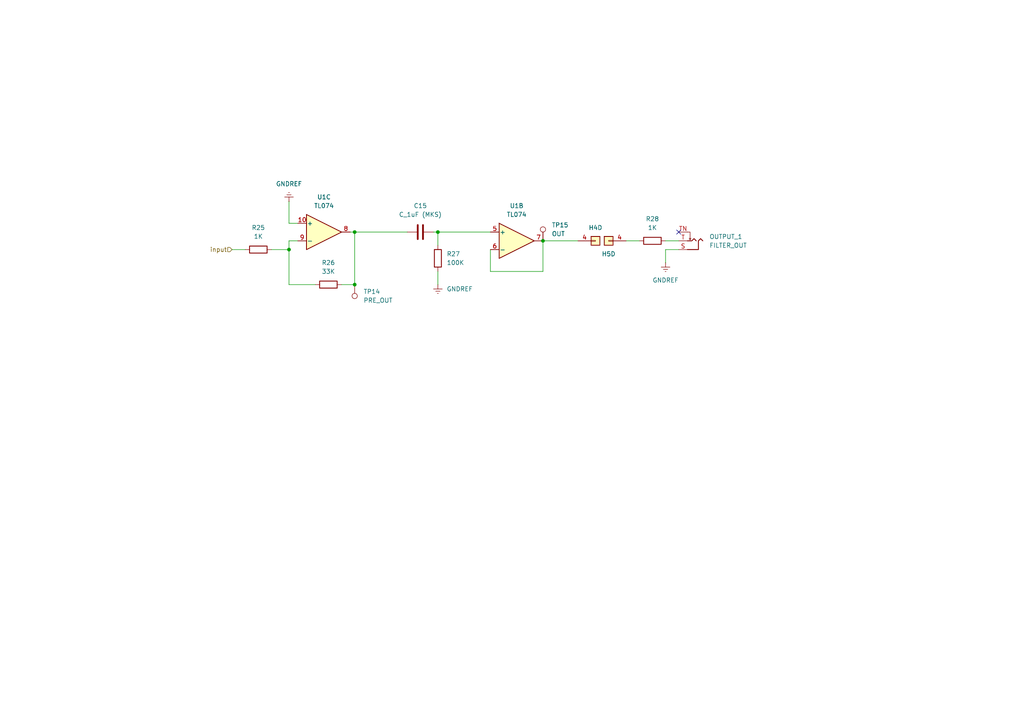
<source format=kicad_sch>
(kicad_sch (version 20231120) (generator "eeschema") (generator_version "8.0")
  (paper "A4")
  (lib_symbols
    (symbol "Amplifier_Operational:TL074" (pin_names (offset 0.127))
      (property "Reference" "U" (at 0 5.08 0))
      (property "Value" "TL074" (at 0 -5.08 0))
      (symbol "TL074_1_1"
        (polyline (pts (xy -5.08 5.08) (xy 5.08 0) (xy -5.08 -5.08) (xy -5.08 5.08)) (stroke (width 0.254)) (fill (type background)))
        (pin output line (at 7.62 0 180) (length 2.54) (name "~") (number "1"))
        (pin input line (at -7.62 -2.54 0) (length 2.54) (name "-") (number "2"))
        (pin input line (at -7.62 2.54 0) (length 2.54) (name "+") (number "3"))
      )
      (symbol "TL074_2_1"
        (polyline (pts (xy -5.08 5.08) (xy 5.08 0) (xy -5.08 -5.08) (xy -5.08 5.08)) (stroke (width 0.254)) (fill (type background)))
        (pin input line (at -7.62 2.54 0) (length 2.54) (name "+") (number "5"))
        (pin input line (at -7.62 -2.54 0) (length 2.54) (name "-") (number "6"))
        (pin output line (at 7.62 0 180) (length 2.54) (name "~") (number "7"))
      )
      (symbol "TL074_3_1"
        (polyline (pts (xy -5.08 5.08) (xy 5.08 0) (xy -5.08 -5.08) (xy -5.08 5.08)) (stroke (width 0.254)) (fill (type background)))
        (pin input line (at -7.62 2.54 0) (length 2.54) (name "+") (number "10"))
        (pin output line (at 7.62 0 180) (length 2.54) (name "~") (number "8"))
        (pin input line (at -7.62 -2.54 0) (length 2.54) (name "-") (number "9"))
      )
      (symbol "TL074_4_1"
        (polyline (pts (xy -5.08 5.08) (xy 5.08 0) (xy -5.08 -5.08) (xy -5.08 5.08)) (stroke (width 0.254)) (fill (type background)))
        (pin input line (at -7.62 2.54 0) (length 2.54) (name "+") (number "12"))
        (pin input line (at -7.62 -2.54 0) (length 2.54) (name "-") (number "13"))
        (pin output line (at 7.62 0 180) (length 2.54) (name "~") (number "14"))
      )
      (symbol "TL074_5_1"
        (pin power_in line (at -2.54 -7.62 90) (length 3.81) (name "V-") (number "11"))
        (pin power_in line (at -2.54 7.62 270) (length 3.81) (name "V+") (number "4"))
      )
    )
    (symbol "Connector:TestPoint" (pin_numbers hide) (pin_names (offset 0.762) hide)
      (property "Reference" "TP" (at 0 6.858 0))
      (property "Value" "TestPoint" (at 0 5.08 0))
      (symbol "TestPoint_0_1"
        (circle (center 0 3.302) (radius 0.762))
      )
      (symbol "TestPoint_1_1"
        (pin passive line (at 0 0 90) (length 2.54) (name "1") (number "1"))
      )
    )
    (symbol "power:GNDREF" (power) (pin_numbers hide) (pin_names (offset 0) hide)
      (property "Value" "GNDREF" (at 0 -3.81 0))
      (symbol "GNDREF_0_1"
        (polyline (pts (xy -0.635 -1.905) (xy 0.635 -1.905)))
        (polyline (pts (xy -0.127 -2.54) (xy 0.127 -2.54)))
        (polyline (pts (xy 0 -1.27) (xy 0 0)))
        (polyline (pts (xy 1.27 -1.27) (xy -1.27 -1.27)))
      )
      (symbol "GNDREF_1_1"
        (pin power_in line (at 0 0 270) (length 0) (name "~") (number "1"))
      )
    )
    (symbol "synth:AudioJack_Mono_3.5mm"
      (property "Reference" "J" (at 0 8.89 0))
      (property "Value" "AudioJack_Mono_3.5mm" (at 0 6.35 0))
      (symbol "AudioJack_Mono_3.5mm_0_1"
        (polyline (pts (xy 1.778 -0.254) (xy 2.032 -0.762)))
        (polyline (pts (xy 0 0) (xy 0.635 -0.635) (xy 1.27 0) (xy 2.54 0)) (stroke (width 0.254)))
        (polyline (pts (xy 2.54 -2.54) (xy 1.778 -2.54) (xy 1.778 -0.254) (xy 1.524 -0.762)))
        (polyline (pts (xy 2.54 2.54) (xy -0.635 2.54) (xy -0.635 0) (xy -1.27 -0.635) (xy -1.905 0)) (stroke (width 0.254)))
      )
      (symbol "AudioJack_Mono_3.5mm_1_1"
        (pin passive line (at 5.08 2.54 180) (length 2.54) (name "~") (number "S"))
        (pin passive line (at 5.08 0 180) (length 2.54) (name "~") (number "T"))
        (pin passive line (at 5.08 -2.54 180) (length 2.54) (name "~") (number "TN"))
      )
    )
    (symbol "synth:C_1uF (MKS)" (pin_numbers hide) (pin_names (offset 0.254))
      (property "Reference" "C" (at 3.048 1.016 0))
      (property "Value" "C_1uF (MKS)" (at 3.048 -1.016 0))
      (symbol "C_1uF (MKS)_0_1"
        (polyline (pts (xy -2.032 -0.762) (xy 2.032 -0.762)) (stroke (width 0.508)))
        (polyline (pts (xy -2.032 0.762) (xy 2.032 0.762)) (stroke (width 0.508)))
      )
      (symbol "C_1uF (MKS)_1_1"
        (pin passive line (at 0 3.81 270) (length 2.794) (name "~") (number "1"))
        (pin passive line (at 0 -3.81 90) (length 2.794) (name "~") (number "2"))
      )
    )
    (symbol "synth:PinHeader_01x04" (pin_names (offset 1.016) hide)
      (property "Reference" "H" (at 0 2.54 0))
      (property "Value" "PinHeader_01x04" (at 0 -2.54 0))
      (symbol "PinHeader_01x04_1_1"
        (rectangle (start -1.27 0.127) (end 0 -0.127) (stroke (width 0.1524)))
        (rectangle (start -1.27 1.27) (end 1.27 -1.27) (stroke (width 0.254)) (fill (type background)))
        (pin passive line (at -5.08 0 0) (length 3.81) (name "Pin_1") (number "1"))
      )
      (symbol "PinHeader_01x04_2_1"
        (rectangle (start -1.27 0.127) (end 0 -0.127) (stroke (width 0.1524)))
        (rectangle (start -1.27 1.27) (end 1.27 -1.27) (stroke (width 0.254)) (fill (type background)))
        (pin passive line (at -5.08 0 0) (length 3.81) (name "Pin_2") (number "2"))
      )
      (symbol "PinHeader_01x04_3_1"
        (rectangle (start -1.27 0.127) (end 0 -0.127) (stroke (width 0.1524)))
        (rectangle (start -1.27 1.27) (end 1.27 -1.27) (stroke (width 0.254)) (fill (type background)))
        (pin passive line (at -5.08 0 0) (length 3.81) (name "Pin_3") (number "3"))
      )
      (symbol "PinHeader_01x04_4_1"
        (rectangle (start -1.27 0.127) (end 0 -0.127) (stroke (width 0.1524)))
        (rectangle (start -1.27 1.27) (end 1.27 -1.27) (stroke (width 0.254)) (fill (type background)))
        (pin passive line (at -5.08 0 0) (length 3.81) (name "Pin_4") (number "4"))
      )
    )
    (symbol "synth:PinSocket_01x04" (pin_names (offset 1.016) hide)
      (property "Reference" "H" (at 0 2.54 0))
      (property "Value" "PinSocket_01x04" (at 0 -2.54 0))
      (symbol "PinSocket_01x04_1_1"
        (rectangle (start -1.27 0.127) (end 0 -0.127) (stroke (width 0.1524)))
        (rectangle (start -1.27 1.27) (end 1.27 -1.27) (stroke (width 0.254)) (fill (type background)))
        (pin passive line (at -5.08 0 0) (length 3.81) (name "Pin_1") (number "1"))
      )
      (symbol "PinSocket_01x04_2_1"
        (rectangle (start -1.27 0.127) (end 0 -0.127) (stroke (width 0.1524)))
        (rectangle (start -1.27 1.27) (end 1.27 -1.27) (stroke (width 0.254)) (fill (type background)))
        (pin passive line (at -5.08 0 0) (length 3.81) (name "Pin_2") (number "2"))
      )
      (symbol "PinSocket_01x04_3_1"
        (rectangle (start -1.27 0.127) (end 0 -0.127) (stroke (width 0.1524)))
        (rectangle (start -1.27 1.27) (end 1.27 -1.27) (stroke (width 0.254)) (fill (type background)))
        (pin passive line (at -5.08 0 0) (length 3.81) (name "Pin_3") (number "3"))
      )
      (symbol "PinSocket_01x04_4_1"
        (rectangle (start -1.27 0.127) (end 0 -0.127) (stroke (width 0.1524)))
        (rectangle (start -1.27 1.27) (end 1.27 -1.27) (stroke (width 0.254)) (fill (type background)))
        (pin passive line (at -5.08 0 0) (length 3.81) (name "Pin_4") (number "4"))
      )
    )
    (symbol "synth:R_Default" (pin_numbers hide) (pin_names (offset 0))
      (property "Reference" "R" (at -2.032 0 90))
      (property "Value" "R1" (at 2.032 0 90))
      (symbol "R_Default_0_1"
        (rectangle (start 1.016 -2.54) (end -1.016 2.54) (stroke (width 0.254)))
      )
      (symbol "R_Default_1_1"
        (pin passive line (at 0 -3.81 90) (length 1.27) (name "~") (number "1"))
        (pin passive line (at 0 3.81 270) (length 1.27) (name "~") (number "2"))
      )
    )
  )
  (junction (at 102.87 67.31))
  (junction (at 157.48 69.85))
  (junction (at 102.87 82.55))
  (junction (at 127 67.31))
  (junction (at 83.82 72.39))
  (no_connect (at 196.85 67.31))
  (wire (pts (xy 102.87 67.31) (xy 118.11 67.31)))
  (wire (pts (xy 83.82 69.85) (xy 86.36 69.85)))
  (wire (pts (xy 102.87 67.31) (xy 102.87 82.55)))
  (wire (pts (xy 125.73 67.31) (xy 127 67.31)))
  (wire (pts (xy 157.48 69.85) (xy 157.48 78.74)))
  (wire (pts (xy 91.44 82.55) (xy 83.82 82.55)))
  (wire (pts (xy 83.82 72.39) (xy 83.82 69.85)))
  (wire (pts (xy 193.04 72.39) (xy 193.04 76.2)))
  (wire (pts (xy 196.85 69.85) (xy 193.04 69.85)))
  (wire (pts (xy 67.31 72.39) (xy 71.12 72.39)))
  (wire (pts (xy 101.6 67.31) (xy 102.87 67.31)))
  (wire (pts (xy 185.42 69.85) (xy 181.61 69.85)))
  (wire (pts (xy 78.74 72.39) (xy 83.82 72.39)))
  (wire (pts (xy 86.36 64.77) (xy 83.82 64.77)))
  (wire (pts (xy 142.24 72.39) (xy 142.24 78.74)))
  (wire (pts (xy 127 82.55) (xy 127 78.74)))
  (wire (pts (xy 83.82 58.42) (xy 83.82 64.77)))
  (wire (pts (xy 167.64 69.85) (xy 157.48 69.85)))
  (wire (pts (xy 127 67.31) (xy 142.24 67.31)))
  (wire (pts (xy 196.85 72.39) (xy 193.04 72.39)))
  (wire (pts (xy 142.24 78.74) (xy 157.48 78.74)))
  (wire (pts (xy 127 67.31) (xy 127 71.12)))
  (wire (pts (xy 83.82 82.55) (xy 83.82 72.39)))
  (wire (pts (xy 102.87 82.55) (xy 99.06 82.55)))
  (hierarchical_label "input" (shape input) (at 67.31 72.39 180))
  (symbol (lib_id "synth:R_Default") (at 189.23 69.85 90) (unit 1)
    (property "Reference" "R28" (at 189.23 63.5 90))
    (property "Value" "1K" (at 189.23 66.04 90))
    (property "Footprint" "Synth:R_Default (DIN0207)" (effects (hide yes)))
    (property "Description" "Resistor" (effects (hide yes)))
  )
  (symbol (lib_id "power:GNDREF") (at 127 82.55 0) (unit 1)
    (property "Reference" "#PWR049" (effects (hide yes)))
    (property "Value" "GNDREF" (at 129.54 83.8199 0) (effects (justify left)))
    (property "Description" "Power symbol creates a global label with name \"GNDREF\" , reference supply ground" (effects (hide yes)))
  )
  (symbol (lib_id "Connector:TestPoint") (at 157.48 69.85 0) (unit 1)
    (property "Reference" "TP15" (at 160.02 65.2779 0) (effects (justify left)))
    (property "Value" "OUT" (at 160.02 67.8179 0) (effects (justify left)))
    (property "Footprint" "Connector_Pin:Pin_D1.0mm_L10.0mm" (effects (hide yes)))
    (property "Description" "test point" (effects (hide yes)))
  )
  (symbol (lib_id "power:GNDREF") (at 193.04 76.2 0) (unit 1)
    (property "Reference" "#PWR050" (effects (hide yes)))
    (property "Value" "GNDREF" (at 193.04 81.28 0))
    (property "Description" "Power symbol creates a global label with name \"GNDREF\" , reference supply ground" (effects (hide yes)))
  )
  (symbol (lib_id "synth:PinHeader_01x04") (at 176.53 69.85 180) (unit 4)
    (property "Reference" "H5" (at 176.53 73.66 0))
    (property "Value" "TOP_4_SGL" (effects (hide yes)))
    (property "Footprint" "Synth:PinHeader_1x04_P2.54mm_Vertical" (effects (hide yes)))
    (property "Description" "Generic connector, single row, 01x01, script generated (kicad-library-utils/schlib/autogen/connector/)" (effects (hide yes)))
  )
  (symbol (lib_id "synth:R_Default") (at 127 74.93 0) (unit 1)
    (property "Reference" "R27" (at 129.54 73.6599 0) (effects (justify left)))
    (property "Value" "100K" (at 129.54 76.1999 0) (effects (justify left)))
    (property "Footprint" "Synth:R_Default (DIN0207)" (effects (hide yes)))
    (property "Description" "Resistor" (effects (hide yes)))
  )
  (symbol (lib_id "synth:C_1uF (MKS)") (at 121.92 67.31 90) (unit 1)
    (property "Reference" "C15" (at 121.92 59.69 90))
    (property "Value" "C_1uF (MKS)" (at 121.92 62.23 90))
    (property "Footprint" "Synth:C_RECT_MKT_1uF" (effects (hide yes)))
    (property "Description" "Unpolarized capacitor" (effects (hide yes)))
  )
  (symbol (lib_id "power:GNDREF") (at 83.82 58.42 180) (unit 1)
    (property "Reference" "#PWR048" (effects (hide yes)))
    (property "Value" "GNDREF" (at 83.82 53.34 0))
    (property "Description" "Power symbol creates a global label with name \"GNDREF\" , reference supply ground" (effects (hide yes)))
  )
  (symbol (lib_id "Amplifier_Operational:TL074") (at 93.98 67.31 0) (unit 3)
    (property "Reference" "U1" (at 93.98 57.15 0))
    (property "Value" "TL074" (at 93.98 59.69 0))
    (property "Footprint" "Package_DIP:DIP-14_W7.62mm_Socket_LongPads" (effects (hide yes)))
    (property "Datasheet" "http://www.ti.com/lit/ds/symlink/tl071.pdf" (effects (hide yes)))
    (property "Description" "Quad Low-Noise JFET-Input Operational Amplifiers, DIP-14/SOIC-14" (effects (hide yes)))
  )
  (symbol (lib_id "synth:R_Default") (at 74.93 72.39 270) (unit 1)
    (property "Reference" "R25" (at 74.93 66.04 90))
    (property "Value" "1K" (at 74.93 68.58 90))
    (property "Footprint" "Synth:R_Default (DIN0207)" (effects (hide yes)))
    (property "Description" "Resistor" (effects (hide yes)))
  )
  (symbol (lib_id "synth:AudioJack_Mono_3.5mm") (at 201.93 69.85 180) (unit 1)
    (property "Reference" "OUTPUT_1" (at 205.74 68.6434 0) (effects (justify right)))
    (property "Value" "FILTER_OUT" (at 205.74 71.1834 0) (effects (justify right)))
    (property "Footprint" "Synth:Jack_3.5mm_QingPu_WQP-PJ398SM_Vertical_CircularHoles" (effects (hide yes)))
    (property "Description" "Audio Jack, 2 Poles (Mono / TS), Switched T Pole (Normalling)" (effects (hide yes)))
  )
  (symbol (lib_id "synth:PinSocket_01x04") (at 172.72 69.85 0) (unit 4)
    (property "Reference" "H4" (at 172.72 66.04 0))
    (property "Value" "BTM_4_SGL" (effects (hide yes)))
    (property "Footprint" "Synth:PinSocket_1x04_P2.54mm_Vertical" (effects (hide yes)))
    (property "Description" "Generic connector, single row, 01x01, script generated (kicad-library-utils/schlib/autogen/connector/)" (effects (hide yes)))
  )
  (symbol (lib_id "Connector:TestPoint") (at 102.87 82.55 180) (unit 1)
    (property "Reference" "TP14" (at 105.41 84.5819 0) (effects (justify right)))
    (property "Value" "PRE_OUT" (at 105.41 87.1219 0) (effects (justify right)))
    (property "Footprint" "Connector_Pin:Pin_D1.0mm_L10.0mm" (effects (hide yes)))
    (property "Description" "test point" (effects (hide yes)))
  )
  (symbol (lib_id "Amplifier_Operational:TL074") (at 149.86 69.85 0) (unit 2)
    (property "Reference" "U1" (at 149.86 59.69 0))
    (property "Value" "TL074" (at 149.86 62.23 0))
    (property "Footprint" "Package_DIP:DIP-14_W7.62mm_Socket_LongPads" (effects (hide yes)))
    (property "Datasheet" "http://www.ti.com/lit/ds/symlink/tl071.pdf" (effects (hide yes)))
    (property "Description" "Quad Low-Noise JFET-Input Operational Amplifiers, DIP-14/SOIC-14" (effects (hide yes)))
  )
  (symbol (lib_id "synth:R_Default") (at 95.25 82.55 270) (unit 1)
    (property "Reference" "R26" (at 95.25 76.2 90))
    (property "Value" "33K" (at 95.25 78.74 90))
    (property "Footprint" "Synth:R_Default (DIN0207)" (effects (hide yes)))
    (property "Description" "Resistor" (effects (hide yes)))
  )
)
</source>
